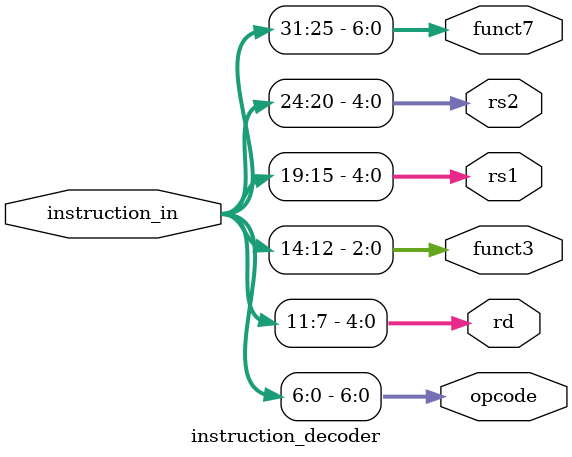
<source format=sv>
/*
---------------------------------------------------------------
File: decoder.sv
SigmaCore Project: Instruction Decoder
Author: Shahriar Rizvi
Performs: Decodes RISC-V instructions into control signals
---------------------------------------------------------------
*/

`timescale 1ns/1ps

module instruction_decoder(
    input  logic [31:0] instruction_in,

    output logic [6:0] opcode,
    output logic [4:0] rd,
    output logic [2:0] funct3,
    output logic [4:0] rs1,
    output logic [4:0] rs2,
    output logic [6:0] funct7
);

    // Opcode is in bits 6:0, defines the instruction type (all types)
    assign opcode = instruction_in[6:0];

    // Destination register (rd) is in bits 11:7
    assign rd = instruction_in[11:7];

    // funct3 is in bits 14:12, further specifies the operation for some opcodes
    assign funct3 = instruction_in[14:12];

    // Source register 1 (rs1) is in bits 19:15
    assign rs1 = instruction_in[19:15];

    // Source register 2 (rs2) is in bits 24:20
    assign rs2 = instruction_in[24:20];

    // funct7 is in bits 31:25, used with funct3 to specify R-type operations (e.g., ADD vs. SUB)
    assign funct7 = instruction_in[31:25];

endmodule
</source>
